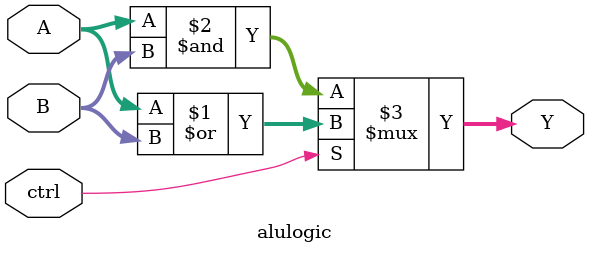
<source format=v>
`timescale 1ns/1ps

module alulogic (
  input  [31:0] A,
  input  [31:0] B,
  input  [0:0]  ctrl, // 0 = AND, 1 = OR
  output [31:0] Y
);

  // Logic unit with canonical delay #1
  assign #1 Y = (ctrl ? (A | B) : (A & B));

endmodule

</source>
